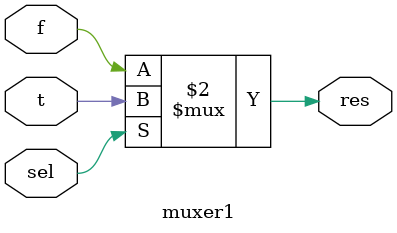
<source format=v>
`timescale 1ns / 1ps

module muxer1(
    input sel,
    input t,
    input f,
    output res
    );
    
    assign res = (sel == 1'b1) ? t : f;
endmodule

</source>
